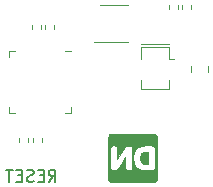
<source format=gbr>
%TF.GenerationSoftware,KiCad,Pcbnew,(5.99.0-12118-g897269f33f)*%
%TF.CreationDate,2021-09-15T19:12:53-04:00*%
%TF.ProjectId,why,7768792e-6b69-4636-9164-5f7063625858,rev?*%
%TF.SameCoordinates,Original*%
%TF.FileFunction,Legend,Bot*%
%TF.FilePolarity,Positive*%
%FSLAX46Y46*%
G04 Gerber Fmt 4.6, Leading zero omitted, Abs format (unit mm)*
G04 Created by KiCad (PCBNEW (5.99.0-12118-g897269f33f)) date 2021-09-15 19:12:53*
%MOMM*%
%LPD*%
G01*
G04 APERTURE LIST*
%ADD10C,0.150000*%
%ADD11C,0.010000*%
%ADD12C,0.120000*%
G04 APERTURE END LIST*
D10*
%TO.C,JP1*%
X154352380Y-118418380D02*
X154685714Y-117942190D01*
X154923809Y-118418380D02*
X154923809Y-117418380D01*
X154542857Y-117418380D01*
X154447619Y-117466000D01*
X154400000Y-117513619D01*
X154352380Y-117608857D01*
X154352380Y-117751714D01*
X154400000Y-117846952D01*
X154447619Y-117894571D01*
X154542857Y-117942190D01*
X154923809Y-117942190D01*
X153923809Y-117894571D02*
X153590476Y-117894571D01*
X153447619Y-118418380D02*
X153923809Y-118418380D01*
X153923809Y-117418380D01*
X153447619Y-117418380D01*
X153066666Y-118370761D02*
X152923809Y-118418380D01*
X152685714Y-118418380D01*
X152590476Y-118370761D01*
X152542857Y-118323142D01*
X152495238Y-118227904D01*
X152495238Y-118132666D01*
X152542857Y-118037428D01*
X152590476Y-117989809D01*
X152685714Y-117942190D01*
X152876190Y-117894571D01*
X152971428Y-117846952D01*
X153019047Y-117799333D01*
X153066666Y-117704095D01*
X153066666Y-117608857D01*
X153019047Y-117513619D01*
X152971428Y-117466000D01*
X152876190Y-117418380D01*
X152638095Y-117418380D01*
X152495238Y-117466000D01*
X152066666Y-117894571D02*
X151733333Y-117894571D01*
X151590476Y-118418380D02*
X152066666Y-118418380D01*
X152066666Y-117418380D01*
X151590476Y-117418380D01*
X151304761Y-117418380D02*
X150733333Y-117418380D01*
X151019047Y-118418380D02*
X151019047Y-117418380D01*
D11*
%TO.C,G\u002A\u002A\u002A*%
X159538086Y-114386214D02*
X159491823Y-114419123D01*
X159491823Y-114419123D02*
X159451597Y-114462626D01*
X159451597Y-114462626D02*
X159423422Y-114509729D01*
X159423422Y-114509729D02*
X159417233Y-114526750D01*
X159417233Y-114526750D02*
X159415683Y-114542944D01*
X159415683Y-114542944D02*
X159414292Y-114580283D01*
X159414292Y-114580283D02*
X159413060Y-114638746D01*
X159413060Y-114638746D02*
X159411987Y-114718311D01*
X159411987Y-114718311D02*
X159411074Y-114818958D01*
X159411074Y-114818958D02*
X159410320Y-114940665D01*
X159410320Y-114940665D02*
X159409726Y-115083410D01*
X159409726Y-115083410D02*
X159409292Y-115247174D01*
X159409292Y-115247174D02*
X159409017Y-115431934D01*
X159409017Y-115431934D02*
X159408903Y-115637669D01*
X159408903Y-115637669D02*
X159408948Y-115864359D01*
X159408948Y-115864359D02*
X159409153Y-116111981D01*
X159409153Y-116111981D02*
X159409518Y-116380516D01*
X159409518Y-116380516D02*
X159409595Y-116427232D01*
X159409595Y-116427232D02*
X159412708Y-118290673D01*
X159412708Y-118290673D02*
X159441903Y-118334788D01*
X159441903Y-118334788D02*
X159469996Y-118368916D01*
X159469996Y-118368916D02*
X159504634Y-118400470D01*
X159504634Y-118400470D02*
X159515212Y-118408097D01*
X159515212Y-118408097D02*
X159559327Y-118437292D01*
X159559327Y-118437292D02*
X161433351Y-118439570D01*
X161433351Y-118439570D02*
X161673897Y-118439838D01*
X161673897Y-118439838D02*
X161894116Y-118440030D01*
X161894116Y-118440030D02*
X162094846Y-118440139D01*
X162094846Y-118440139D02*
X162276926Y-118440161D01*
X162276926Y-118440161D02*
X162441196Y-118440091D01*
X162441196Y-118440091D02*
X162588494Y-118439923D01*
X162588494Y-118439923D02*
X162719661Y-118439653D01*
X162719661Y-118439653D02*
X162835533Y-118439275D01*
X162835533Y-118439275D02*
X162936952Y-118438784D01*
X162936952Y-118438784D02*
X163024755Y-118438176D01*
X163024755Y-118438176D02*
X163099781Y-118437444D01*
X163099781Y-118437444D02*
X163162871Y-118436584D01*
X163162871Y-118436584D02*
X163214862Y-118435591D01*
X163214862Y-118435591D02*
X163256593Y-118434459D01*
X163256593Y-118434459D02*
X163288905Y-118433184D01*
X163288905Y-118433184D02*
X163312635Y-118431760D01*
X163312635Y-118431760D02*
X163328623Y-118430182D01*
X163328623Y-118430182D02*
X163337708Y-118428445D01*
X163337708Y-118428445D02*
X163339125Y-118427931D01*
X163339125Y-118427931D02*
X163393030Y-118394627D01*
X163393030Y-118394627D02*
X163440004Y-118347641D01*
X163440004Y-118347641D02*
X163463943Y-118311606D01*
X163463943Y-118311606D02*
X163487292Y-118267958D01*
X163487292Y-118267958D02*
X163487292Y-116082751D01*
X163487292Y-116082751D02*
X163321357Y-116082751D01*
X163321357Y-116082751D02*
X163321217Y-116250589D01*
X163321217Y-116250589D02*
X163320783Y-116422961D01*
X163320783Y-116422961D02*
X163320270Y-116580029D01*
X163320270Y-116580029D02*
X163319780Y-116717333D01*
X163319780Y-116717333D02*
X163319273Y-116836277D01*
X163319273Y-116836277D02*
X163318714Y-116938263D01*
X163318714Y-116938263D02*
X163318064Y-117024696D01*
X163318064Y-117024696D02*
X163317285Y-117096977D01*
X163317285Y-117096977D02*
X163316341Y-117156511D01*
X163316341Y-117156511D02*
X163315194Y-117204700D01*
X163315194Y-117204700D02*
X163313805Y-117242947D01*
X163313805Y-117242947D02*
X163312139Y-117272656D01*
X163312139Y-117272656D02*
X163310156Y-117295229D01*
X163310156Y-117295229D02*
X163307820Y-117312070D01*
X163307820Y-117312070D02*
X163305092Y-117324582D01*
X163305092Y-117324582D02*
X163301936Y-117334167D01*
X163301936Y-117334167D02*
X163298314Y-117342230D01*
X163298314Y-117342230D02*
X163296066Y-117346608D01*
X163296066Y-117346608D02*
X163265348Y-117390834D01*
X163265348Y-117390834D02*
X163223766Y-117423102D01*
X163223766Y-117423102D02*
X163179763Y-117443111D01*
X163179763Y-117443111D02*
X163165051Y-117447324D01*
X163165051Y-117447324D02*
X163144820Y-117450621D01*
X163144820Y-117450621D02*
X163116887Y-117453061D01*
X163116887Y-117453061D02*
X163079065Y-117454703D01*
X163079065Y-117454703D02*
X163029169Y-117455606D01*
X163029169Y-117455606D02*
X162965015Y-117455830D01*
X162965015Y-117455830D02*
X162884415Y-117455434D01*
X162884415Y-117455434D02*
X162785187Y-117454478D01*
X162785187Y-117454478D02*
X162767625Y-117454279D01*
X162767625Y-117454279D02*
X162665526Y-117452979D01*
X162665526Y-117452979D02*
X162581848Y-117451565D01*
X162581848Y-117451565D02*
X162513848Y-117449882D01*
X162513848Y-117449882D02*
X162458780Y-117447779D01*
X162458780Y-117447779D02*
X162413900Y-117445103D01*
X162413900Y-117445103D02*
X162376464Y-117441704D01*
X162376464Y-117441704D02*
X162343726Y-117437428D01*
X162343726Y-117437428D02*
X162312942Y-117432123D01*
X162312942Y-117432123D02*
X162292017Y-117427911D01*
X162292017Y-117427911D02*
X162149045Y-117391570D01*
X162149045Y-117391570D02*
X162023770Y-117345999D01*
X162023770Y-117345999D02*
X161914435Y-117290306D01*
X161914435Y-117290306D02*
X161819281Y-117223597D01*
X161819281Y-117223597D02*
X161738138Y-117146723D01*
X161738138Y-117146723D02*
X161667807Y-117058293D01*
X161667807Y-117058293D02*
X161611002Y-116960887D01*
X161611002Y-116960887D02*
X161567051Y-116852535D01*
X161567051Y-116852535D02*
X161535279Y-116731263D01*
X161535279Y-116731263D02*
X161515012Y-116595098D01*
X161515012Y-116595098D02*
X161506423Y-116468792D01*
X161506423Y-116468792D02*
X161506679Y-116405292D01*
X161506679Y-116405292D02*
X161434125Y-116405292D01*
X161434125Y-116405292D02*
X161434125Y-117304875D01*
X161434125Y-117304875D02*
X161408070Y-117350377D01*
X161408070Y-117350377D02*
X161367808Y-117400118D01*
X161367808Y-117400118D02*
X161313467Y-117436196D01*
X161313467Y-117436196D02*
X161283164Y-117447795D01*
X161283164Y-117447795D02*
X161254527Y-117452693D01*
X161254527Y-117452693D02*
X161211313Y-117455782D01*
X161211313Y-117455782D02*
X161159648Y-117457093D01*
X161159648Y-117457093D02*
X161105659Y-117456659D01*
X161105659Y-117456659D02*
X161055474Y-117454512D01*
X161055474Y-117454512D02*
X161015219Y-117450683D01*
X161015219Y-117450683D02*
X160993850Y-117446288D01*
X160993850Y-117446288D02*
X160933749Y-117415561D01*
X160933749Y-117415561D02*
X160886905Y-117368484D01*
X160886905Y-117368484D02*
X160866354Y-117334267D01*
X160866354Y-117334267D02*
X160860481Y-117321988D01*
X160860481Y-117321988D02*
X160855590Y-117309818D01*
X160855590Y-117309818D02*
X160851567Y-117295752D01*
X160851567Y-117295752D02*
X160848298Y-117277782D01*
X160848298Y-117277782D02*
X160845670Y-117253903D01*
X160845670Y-117253903D02*
X160843567Y-117222107D01*
X160843567Y-117222107D02*
X160841877Y-117180388D01*
X160841877Y-117180388D02*
X160840484Y-117126741D01*
X160840484Y-117126741D02*
X160839274Y-117059157D01*
X160839274Y-117059157D02*
X160838135Y-116975632D01*
X160838135Y-116975632D02*
X160836951Y-116874158D01*
X160836951Y-116874158D02*
X160836167Y-116803420D01*
X160836167Y-116803420D02*
X160830875Y-116323132D01*
X160830875Y-116323132D02*
X160524325Y-116824168D01*
X160524325Y-116824168D02*
X160466317Y-116918726D01*
X160466317Y-116918726D02*
X160410864Y-117008633D01*
X160410864Y-117008633D02*
X160359079Y-117092118D01*
X160359079Y-117092118D02*
X160312074Y-117167410D01*
X160312074Y-117167410D02*
X160270962Y-117232737D01*
X160270962Y-117232737D02*
X160236857Y-117286329D01*
X160236857Y-117286329D02*
X160210870Y-117326412D01*
X160210870Y-117326412D02*
X160194113Y-117351218D01*
X160194113Y-117351218D02*
X160189033Y-117357940D01*
X160189033Y-117357940D02*
X160163217Y-117381646D01*
X160163217Y-117381646D02*
X160127831Y-117407320D01*
X160127831Y-117407320D02*
X160104000Y-117421793D01*
X160104000Y-117421793D02*
X160079393Y-117434680D01*
X160079393Y-117434680D02*
X160057184Y-117443581D01*
X160057184Y-117443581D02*
X160032432Y-117449382D01*
X160032432Y-117449382D02*
X160000195Y-117452968D01*
X160000195Y-117452968D02*
X159955534Y-117455223D01*
X159955534Y-117455223D02*
X159909628Y-117456608D01*
X159909628Y-117456608D02*
X159833595Y-117457375D01*
X159833595Y-117457375D02*
X159774618Y-117454514D01*
X159774618Y-117454514D02*
X159728770Y-117447185D01*
X159728770Y-117447185D02*
X159692125Y-117434545D01*
X159692125Y-117434545D02*
X159660756Y-117415754D01*
X159660756Y-117415754D02*
X159640281Y-117398894D01*
X159640281Y-117398894D02*
X159627417Y-117387443D01*
X159627417Y-117387443D02*
X159616118Y-117376891D01*
X159616118Y-117376891D02*
X159606288Y-117365863D01*
X159606288Y-117365863D02*
X159597829Y-117352985D01*
X159597829Y-117352985D02*
X159590644Y-117336883D01*
X159590644Y-117336883D02*
X159584637Y-117316181D01*
X159584637Y-117316181D02*
X159579711Y-117289506D01*
X159579711Y-117289506D02*
X159575768Y-117255483D01*
X159575768Y-117255483D02*
X159572712Y-117212738D01*
X159572712Y-117212738D02*
X159570445Y-117159896D01*
X159570445Y-117159896D02*
X159568871Y-117095582D01*
X159568871Y-117095582D02*
X159567893Y-117018423D01*
X159567893Y-117018423D02*
X159567413Y-116927044D01*
X159567413Y-116927044D02*
X159567336Y-116820071D01*
X159567336Y-116820071D02*
X159567563Y-116696128D01*
X159567563Y-116696128D02*
X159567998Y-116553842D01*
X159567998Y-116553842D02*
X159568543Y-116391838D01*
X159568543Y-116391838D02*
X159568574Y-116382485D01*
X159568574Y-116382485D02*
X159571458Y-115504035D01*
X159571458Y-115504035D02*
X159603208Y-115452913D01*
X159603208Y-115452913D02*
X159628277Y-115417633D01*
X159628277Y-115417633D02*
X159655669Y-115391921D01*
X159655669Y-115391921D02*
X159689278Y-115374220D01*
X159689278Y-115374220D02*
X159732997Y-115362974D01*
X159732997Y-115362974D02*
X159790721Y-115356627D01*
X159790721Y-115356627D02*
X159850696Y-115354002D01*
X159850696Y-115354002D02*
X159925315Y-115353692D01*
X159925315Y-115353692D02*
X159982928Y-115357932D01*
X159982928Y-115357932D02*
X160027380Y-115367644D01*
X160027380Y-115367644D02*
X160062518Y-115383750D01*
X160062518Y-115383750D02*
X160092188Y-115407171D01*
X160092188Y-115407171D02*
X160098264Y-115413292D01*
X160098264Y-115413292D02*
X160113001Y-115428984D01*
X160113001Y-115428984D02*
X160125347Y-115443936D01*
X160125347Y-115443936D02*
X160135537Y-115460109D01*
X160135537Y-115460109D02*
X160143805Y-115479465D01*
X160143805Y-115479465D02*
X160150388Y-115503967D01*
X160150388Y-115503967D02*
X160155520Y-115535576D01*
X160155520Y-115535576D02*
X160159437Y-115576255D01*
X160159437Y-115576255D02*
X160162374Y-115627966D01*
X160162374Y-115627966D02*
X160164567Y-115692670D01*
X160164567Y-115692670D02*
X160166251Y-115772330D01*
X160166251Y-115772330D02*
X160167661Y-115868908D01*
X160167661Y-115868908D02*
X160169032Y-115984366D01*
X160169032Y-115984366D02*
X160169271Y-116005337D01*
X160169271Y-116005337D02*
X160174708Y-116483799D01*
X160174708Y-116483799D02*
X160476333Y-115989779D01*
X160476333Y-115989779D02*
X160534088Y-115895522D01*
X160534088Y-115895522D02*
X160589537Y-115805674D01*
X160589537Y-115805674D02*
X160641526Y-115722060D01*
X160641526Y-115722060D02*
X160688902Y-115646506D01*
X160688902Y-115646506D02*
X160730512Y-115580837D01*
X160730512Y-115580837D02*
X160765203Y-115526880D01*
X160765203Y-115526880D02*
X160791820Y-115486458D01*
X160791820Y-115486458D02*
X160809211Y-115461399D01*
X160809211Y-115461399D02*
X160814115Y-115455168D01*
X160814115Y-115455168D02*
X160846410Y-115424362D01*
X160846410Y-115424362D02*
X160884815Y-115394947D01*
X160884815Y-115394947D02*
X160898782Y-115386060D01*
X160898782Y-115386060D02*
X160917395Y-115375558D01*
X160917395Y-115375558D02*
X160934494Y-115368013D01*
X160934494Y-115368013D02*
X160953927Y-115362936D01*
X160953927Y-115362936D02*
X160979548Y-115359839D01*
X160979548Y-115359839D02*
X161015206Y-115358233D01*
X161015206Y-115358233D02*
X161064753Y-115357630D01*
X161064753Y-115357630D02*
X161123630Y-115357542D01*
X161123630Y-115357542D02*
X161299968Y-115357542D01*
X161299968Y-115357542D02*
X161344937Y-115389292D01*
X161344937Y-115389292D02*
X161376750Y-115417258D01*
X161376750Y-115417258D02*
X161404200Y-115450511D01*
X161404200Y-115450511D02*
X161412016Y-115463375D01*
X161412016Y-115463375D02*
X161415916Y-115471156D01*
X161415916Y-115471156D02*
X161419328Y-115479516D01*
X161419328Y-115479516D02*
X161422285Y-115489843D01*
X161422285Y-115489843D02*
X161424819Y-115503526D01*
X161424819Y-115503526D02*
X161426963Y-115521953D01*
X161426963Y-115521953D02*
X161428749Y-115546512D01*
X161428749Y-115546512D02*
X161430211Y-115578593D01*
X161430211Y-115578593D02*
X161431380Y-115619585D01*
X161431380Y-115619585D02*
X161432290Y-115670874D01*
X161432290Y-115670874D02*
X161432973Y-115733851D01*
X161432973Y-115733851D02*
X161433461Y-115809904D01*
X161433461Y-115809904D02*
X161433787Y-115900421D01*
X161433787Y-115900421D02*
X161433984Y-116006791D01*
X161433984Y-116006791D02*
X161434084Y-116130403D01*
X161434084Y-116130403D02*
X161434121Y-116272645D01*
X161434121Y-116272645D02*
X161434125Y-116405292D01*
X161434125Y-116405292D02*
X161506679Y-116405292D01*
X161506679Y-116405292D02*
X161507118Y-116297037D01*
X161507118Y-116297037D02*
X161522722Y-116140260D01*
X161522722Y-116140260D02*
X161553394Y-115998254D01*
X161553394Y-115998254D02*
X161599296Y-115870811D01*
X161599296Y-115870811D02*
X161660591Y-115757724D01*
X161660591Y-115757724D02*
X161737438Y-115658787D01*
X161737438Y-115658787D02*
X161830000Y-115573791D01*
X161830000Y-115573791D02*
X161938438Y-115502531D01*
X161938438Y-115502531D02*
X162062912Y-115444798D01*
X162062912Y-115444798D02*
X162203585Y-115400387D01*
X162203585Y-115400387D02*
X162360618Y-115369089D01*
X162360618Y-115369089D02*
X162363525Y-115368655D01*
X162363525Y-115368655D02*
X162405480Y-115363442D01*
X162405480Y-115363442D02*
X162454832Y-115359360D01*
X162454832Y-115359360D02*
X162514161Y-115356316D01*
X162514161Y-115356316D02*
X162586052Y-115354218D01*
X162586052Y-115354218D02*
X162673086Y-115352973D01*
X162673086Y-115352973D02*
X162777845Y-115352490D01*
X162777845Y-115352490D02*
X162816608Y-115352482D01*
X162816608Y-115352482D02*
X162912119Y-115352640D01*
X162912119Y-115352640D02*
X162988885Y-115353053D01*
X162988885Y-115353053D02*
X163049328Y-115353845D01*
X163049328Y-115353845D02*
X163095870Y-115355138D01*
X163095870Y-115355138D02*
X163130933Y-115357057D01*
X163130933Y-115357057D02*
X163156938Y-115359726D01*
X163156938Y-115359726D02*
X163176307Y-115363267D01*
X163176307Y-115363267D02*
X163191463Y-115367804D01*
X163191463Y-115367804D02*
X163201980Y-115372143D01*
X163201980Y-115372143D02*
X163253067Y-115405882D01*
X163253067Y-115405882D02*
X163292170Y-115452990D01*
X163292170Y-115452990D02*
X163312567Y-115500047D01*
X163312567Y-115500047D02*
X163314869Y-115519823D01*
X163314869Y-115519823D02*
X163316822Y-115560760D01*
X163316822Y-115560760D02*
X163318426Y-115622855D01*
X163318426Y-115622855D02*
X163319682Y-115706105D01*
X163319682Y-115706105D02*
X163320589Y-115810506D01*
X163320589Y-115810506D02*
X163321147Y-115936056D01*
X163321147Y-115936056D02*
X163321357Y-116082751D01*
X163321357Y-116082751D02*
X163487292Y-116082751D01*
X163487292Y-116082751D02*
X163487292Y-114542625D01*
X163487292Y-114542625D02*
X163464449Y-114500292D01*
X163464449Y-114500292D02*
X163419431Y-114438775D01*
X163419431Y-114438775D02*
X163358684Y-114390523D01*
X163358684Y-114390523D02*
X163344417Y-114382437D01*
X163344417Y-114382437D02*
X163339229Y-114379969D01*
X163339229Y-114379969D02*
X163332722Y-114377716D01*
X163332722Y-114377716D02*
X163323957Y-114375668D01*
X163323957Y-114375668D02*
X163311996Y-114373814D01*
X163311996Y-114373814D02*
X163295900Y-114372146D01*
X163295900Y-114372146D02*
X163274731Y-114370654D01*
X163274731Y-114370654D02*
X163247550Y-114369328D01*
X163247550Y-114369328D02*
X163213418Y-114368157D01*
X163213418Y-114368157D02*
X163171397Y-114367133D01*
X163171397Y-114367133D02*
X163120548Y-114366246D01*
X163120548Y-114366246D02*
X163059933Y-114365486D01*
X163059933Y-114365486D02*
X162988613Y-114364842D01*
X162988613Y-114364842D02*
X162905650Y-114364307D01*
X162905650Y-114364307D02*
X162810105Y-114363868D01*
X162810105Y-114363868D02*
X162701039Y-114363518D01*
X162701039Y-114363518D02*
X162577514Y-114363246D01*
X162577514Y-114363246D02*
X162438592Y-114363042D01*
X162438592Y-114363042D02*
X162283333Y-114362897D01*
X162283333Y-114362897D02*
X162110799Y-114362801D01*
X162110799Y-114362801D02*
X161920052Y-114362744D01*
X161920052Y-114362744D02*
X161710153Y-114362716D01*
X161710153Y-114362716D02*
X161480164Y-114362708D01*
X161480164Y-114362708D02*
X159582042Y-114362708D01*
X159582042Y-114362708D02*
X159538086Y-114386214D01*
X159538086Y-114386214D02*
X159538086Y-114386214D01*
G36*
X163463943Y-118311606D02*
G01*
X163440004Y-118347641D01*
X163393030Y-118394627D01*
X163339125Y-118427931D01*
X163337708Y-118428445D01*
X163328623Y-118430182D01*
X163312635Y-118431760D01*
X163288905Y-118433184D01*
X163256593Y-118434459D01*
X163214862Y-118435591D01*
X163162871Y-118436584D01*
X163099781Y-118437444D01*
X163024755Y-118438176D01*
X162936952Y-118438784D01*
X162835533Y-118439275D01*
X162719661Y-118439653D01*
X162588494Y-118439923D01*
X162441196Y-118440091D01*
X162276926Y-118440161D01*
X162094846Y-118440139D01*
X161894116Y-118440030D01*
X161673897Y-118439838D01*
X161433351Y-118439570D01*
X159559327Y-118437292D01*
X159515212Y-118408097D01*
X159504634Y-118400470D01*
X159469996Y-118368916D01*
X159441903Y-118334788D01*
X159412708Y-118290673D01*
X159410251Y-116820071D01*
X159567336Y-116820071D01*
X159567413Y-116927044D01*
X159567893Y-117018423D01*
X159568871Y-117095582D01*
X159570445Y-117159896D01*
X159572712Y-117212738D01*
X159575768Y-117255483D01*
X159579711Y-117289506D01*
X159584637Y-117316181D01*
X159590644Y-117336883D01*
X159597829Y-117352985D01*
X159606288Y-117365863D01*
X159616118Y-117376891D01*
X159627417Y-117387443D01*
X159640281Y-117398894D01*
X159660756Y-117415754D01*
X159692125Y-117434545D01*
X159728770Y-117447185D01*
X159774618Y-117454514D01*
X159833595Y-117457375D01*
X159909628Y-117456608D01*
X159955534Y-117455223D01*
X160000195Y-117452968D01*
X160032432Y-117449382D01*
X160057184Y-117443581D01*
X160079393Y-117434680D01*
X160104000Y-117421793D01*
X160127831Y-117407320D01*
X160163217Y-117381646D01*
X160189033Y-117357940D01*
X160194113Y-117351218D01*
X160210870Y-117326412D01*
X160236857Y-117286329D01*
X160270962Y-117232737D01*
X160312074Y-117167410D01*
X160359079Y-117092118D01*
X160410864Y-117008633D01*
X160466317Y-116918726D01*
X160524325Y-116824168D01*
X160830875Y-116323132D01*
X160836167Y-116803420D01*
X160836951Y-116874158D01*
X160838135Y-116975632D01*
X160839274Y-117059157D01*
X160840484Y-117126741D01*
X160841877Y-117180388D01*
X160843567Y-117222107D01*
X160845670Y-117253903D01*
X160848298Y-117277782D01*
X160851567Y-117295752D01*
X160855590Y-117309818D01*
X160860481Y-117321988D01*
X160866354Y-117334267D01*
X160886905Y-117368484D01*
X160933749Y-117415561D01*
X160993850Y-117446288D01*
X161015219Y-117450683D01*
X161055474Y-117454512D01*
X161105659Y-117456659D01*
X161159648Y-117457093D01*
X161211313Y-117455782D01*
X161254527Y-117452693D01*
X161283164Y-117447795D01*
X161313467Y-117436196D01*
X161367808Y-117400118D01*
X161408070Y-117350377D01*
X161434125Y-117304875D01*
X161434125Y-116468792D01*
X161506423Y-116468792D01*
X161515012Y-116595098D01*
X161535279Y-116731263D01*
X161567051Y-116852535D01*
X161611002Y-116960887D01*
X161667807Y-117058293D01*
X161738138Y-117146723D01*
X161819281Y-117223597D01*
X161914435Y-117290306D01*
X162023770Y-117345999D01*
X162149045Y-117391570D01*
X162292017Y-117427911D01*
X162312942Y-117432123D01*
X162343726Y-117437428D01*
X162376464Y-117441704D01*
X162413900Y-117445103D01*
X162458780Y-117447779D01*
X162513848Y-117449882D01*
X162581848Y-117451565D01*
X162665526Y-117452979D01*
X162767625Y-117454279D01*
X162785187Y-117454478D01*
X162884415Y-117455434D01*
X162965015Y-117455830D01*
X163029169Y-117455606D01*
X163079065Y-117454703D01*
X163116887Y-117453061D01*
X163144820Y-117450621D01*
X163165051Y-117447324D01*
X163179763Y-117443111D01*
X163223766Y-117423102D01*
X163265348Y-117390834D01*
X163296066Y-117346608D01*
X163298314Y-117342230D01*
X163301936Y-117334167D01*
X163305092Y-117324582D01*
X163307820Y-117312070D01*
X163310156Y-117295229D01*
X163312139Y-117272656D01*
X163313805Y-117242947D01*
X163315194Y-117204700D01*
X163316341Y-117156511D01*
X163317285Y-117096977D01*
X163318064Y-117024696D01*
X163318714Y-116938263D01*
X163319273Y-116836277D01*
X163319780Y-116717333D01*
X163320270Y-116580029D01*
X163320783Y-116422961D01*
X163321217Y-116250589D01*
X163321357Y-116082751D01*
X163321147Y-115936056D01*
X163320589Y-115810506D01*
X163319682Y-115706105D01*
X163318426Y-115622855D01*
X163316822Y-115560760D01*
X163314869Y-115519823D01*
X163312567Y-115500047D01*
X163292170Y-115452990D01*
X163253067Y-115405882D01*
X163201980Y-115372143D01*
X163191463Y-115367804D01*
X163176307Y-115363267D01*
X163156938Y-115359726D01*
X163130933Y-115357057D01*
X163095870Y-115355138D01*
X163049328Y-115353845D01*
X162988885Y-115353053D01*
X162912119Y-115352640D01*
X162816608Y-115352482D01*
X162777845Y-115352490D01*
X162673086Y-115352973D01*
X162586052Y-115354218D01*
X162514161Y-115356316D01*
X162454832Y-115359360D01*
X162405480Y-115363442D01*
X162363525Y-115368655D01*
X162360618Y-115369089D01*
X162203585Y-115400387D01*
X162062912Y-115444798D01*
X161938438Y-115502531D01*
X161830000Y-115573791D01*
X161737438Y-115658787D01*
X161660591Y-115757724D01*
X161599296Y-115870811D01*
X161553394Y-115998254D01*
X161522722Y-116140260D01*
X161507118Y-116297037D01*
X161506679Y-116405292D01*
X161506423Y-116468792D01*
X161434125Y-116468792D01*
X161434125Y-116405292D01*
X161434121Y-116272645D01*
X161434084Y-116130403D01*
X161433984Y-116006791D01*
X161433787Y-115900421D01*
X161433461Y-115809904D01*
X161432973Y-115733851D01*
X161432290Y-115670874D01*
X161431380Y-115619585D01*
X161430211Y-115578593D01*
X161428749Y-115546512D01*
X161426963Y-115521953D01*
X161424819Y-115503526D01*
X161422285Y-115489843D01*
X161419328Y-115479516D01*
X161415916Y-115471156D01*
X161412016Y-115463375D01*
X161404200Y-115450511D01*
X161376750Y-115417258D01*
X161344937Y-115389292D01*
X161299968Y-115357542D01*
X161123630Y-115357542D01*
X161064753Y-115357630D01*
X161015206Y-115358233D01*
X160979548Y-115359839D01*
X160953927Y-115362936D01*
X160934494Y-115368013D01*
X160917395Y-115375558D01*
X160898782Y-115386060D01*
X160884815Y-115394947D01*
X160846410Y-115424362D01*
X160814115Y-115455168D01*
X160809211Y-115461399D01*
X160791820Y-115486458D01*
X160765203Y-115526880D01*
X160730512Y-115580837D01*
X160688902Y-115646506D01*
X160641526Y-115722060D01*
X160589537Y-115805674D01*
X160534088Y-115895522D01*
X160476333Y-115989779D01*
X160174708Y-116483799D01*
X160169271Y-116005337D01*
X160169032Y-115984366D01*
X160167661Y-115868908D01*
X160166251Y-115772330D01*
X160164567Y-115692670D01*
X160162374Y-115627966D01*
X160159437Y-115576255D01*
X160155520Y-115535576D01*
X160150388Y-115503967D01*
X160143805Y-115479465D01*
X160135537Y-115460109D01*
X160125347Y-115443936D01*
X160113001Y-115428984D01*
X160098264Y-115413292D01*
X160092188Y-115407171D01*
X160062518Y-115383750D01*
X160027380Y-115367644D01*
X159982928Y-115357932D01*
X159925315Y-115353692D01*
X159850696Y-115354002D01*
X159790721Y-115356627D01*
X159732997Y-115362974D01*
X159689278Y-115374220D01*
X159655669Y-115391921D01*
X159628277Y-115417633D01*
X159603208Y-115452913D01*
X159571458Y-115504035D01*
X159568574Y-116382485D01*
X159568543Y-116391838D01*
X159567998Y-116553842D01*
X159567563Y-116696128D01*
X159567336Y-116820071D01*
X159410251Y-116820071D01*
X159409595Y-116427232D01*
X159409518Y-116380516D01*
X159409153Y-116111981D01*
X159408948Y-115864359D01*
X159408903Y-115637669D01*
X159409017Y-115431934D01*
X159409292Y-115247174D01*
X159409726Y-115083410D01*
X159410320Y-114940665D01*
X159411074Y-114818958D01*
X159411987Y-114718311D01*
X159413060Y-114638746D01*
X159414292Y-114580283D01*
X159415683Y-114542944D01*
X159417233Y-114526750D01*
X159423422Y-114509729D01*
X159451597Y-114462626D01*
X159491823Y-114419123D01*
X159538086Y-114386214D01*
X159582042Y-114362708D01*
X161480164Y-114362708D01*
X161710153Y-114362716D01*
X161920052Y-114362744D01*
X162110799Y-114362801D01*
X162283333Y-114362897D01*
X162438592Y-114363042D01*
X162577514Y-114363246D01*
X162701039Y-114363518D01*
X162810105Y-114363868D01*
X162905650Y-114364307D01*
X162988613Y-114364842D01*
X163059933Y-114365486D01*
X163120548Y-114366246D01*
X163171397Y-114367133D01*
X163213418Y-114368157D01*
X163247550Y-114369328D01*
X163274731Y-114370654D01*
X163295900Y-114372146D01*
X163311996Y-114373814D01*
X163323957Y-114375668D01*
X163332722Y-114377716D01*
X163339229Y-114379969D01*
X163344417Y-114382437D01*
X163358684Y-114390523D01*
X163419431Y-114438775D01*
X163464449Y-114500292D01*
X163487292Y-114542625D01*
X163487292Y-118267958D01*
X163463943Y-118311606D01*
G37*
X163463943Y-118311606D02*
X163440004Y-118347641D01*
X163393030Y-118394627D01*
X163339125Y-118427931D01*
X163337708Y-118428445D01*
X163328623Y-118430182D01*
X163312635Y-118431760D01*
X163288905Y-118433184D01*
X163256593Y-118434459D01*
X163214862Y-118435591D01*
X163162871Y-118436584D01*
X163099781Y-118437444D01*
X163024755Y-118438176D01*
X162936952Y-118438784D01*
X162835533Y-118439275D01*
X162719661Y-118439653D01*
X162588494Y-118439923D01*
X162441196Y-118440091D01*
X162276926Y-118440161D01*
X162094846Y-118440139D01*
X161894116Y-118440030D01*
X161673897Y-118439838D01*
X161433351Y-118439570D01*
X159559327Y-118437292D01*
X159515212Y-118408097D01*
X159504634Y-118400470D01*
X159469996Y-118368916D01*
X159441903Y-118334788D01*
X159412708Y-118290673D01*
X159410251Y-116820071D01*
X159567336Y-116820071D01*
X159567413Y-116927044D01*
X159567893Y-117018423D01*
X159568871Y-117095582D01*
X159570445Y-117159896D01*
X159572712Y-117212738D01*
X159575768Y-117255483D01*
X159579711Y-117289506D01*
X159584637Y-117316181D01*
X159590644Y-117336883D01*
X159597829Y-117352985D01*
X159606288Y-117365863D01*
X159616118Y-117376891D01*
X159627417Y-117387443D01*
X159640281Y-117398894D01*
X159660756Y-117415754D01*
X159692125Y-117434545D01*
X159728770Y-117447185D01*
X159774618Y-117454514D01*
X159833595Y-117457375D01*
X159909628Y-117456608D01*
X159955534Y-117455223D01*
X160000195Y-117452968D01*
X160032432Y-117449382D01*
X160057184Y-117443581D01*
X160079393Y-117434680D01*
X160104000Y-117421793D01*
X160127831Y-117407320D01*
X160163217Y-117381646D01*
X160189033Y-117357940D01*
X160194113Y-117351218D01*
X160210870Y-117326412D01*
X160236857Y-117286329D01*
X160270962Y-117232737D01*
X160312074Y-117167410D01*
X160359079Y-117092118D01*
X160410864Y-117008633D01*
X160466317Y-116918726D01*
X160524325Y-116824168D01*
X160830875Y-116323132D01*
X160836167Y-116803420D01*
X160836951Y-116874158D01*
X160838135Y-116975632D01*
X160839274Y-117059157D01*
X160840484Y-117126741D01*
X160841877Y-117180388D01*
X160843567Y-117222107D01*
X160845670Y-117253903D01*
X160848298Y-117277782D01*
X160851567Y-117295752D01*
X160855590Y-117309818D01*
X160860481Y-117321988D01*
X160866354Y-117334267D01*
X160886905Y-117368484D01*
X160933749Y-117415561D01*
X160993850Y-117446288D01*
X161015219Y-117450683D01*
X161055474Y-117454512D01*
X161105659Y-117456659D01*
X161159648Y-117457093D01*
X161211313Y-117455782D01*
X161254527Y-117452693D01*
X161283164Y-117447795D01*
X161313467Y-117436196D01*
X161367808Y-117400118D01*
X161408070Y-117350377D01*
X161434125Y-117304875D01*
X161434125Y-116468792D01*
X161506423Y-116468792D01*
X161515012Y-116595098D01*
X161535279Y-116731263D01*
X161567051Y-116852535D01*
X161611002Y-116960887D01*
X161667807Y-117058293D01*
X161738138Y-117146723D01*
X161819281Y-117223597D01*
X161914435Y-117290306D01*
X162023770Y-117345999D01*
X162149045Y-117391570D01*
X162292017Y-117427911D01*
X162312942Y-117432123D01*
X162343726Y-117437428D01*
X162376464Y-117441704D01*
X162413900Y-117445103D01*
X162458780Y-117447779D01*
X162513848Y-117449882D01*
X162581848Y-117451565D01*
X162665526Y-117452979D01*
X162767625Y-117454279D01*
X162785187Y-117454478D01*
X162884415Y-117455434D01*
X162965015Y-117455830D01*
X163029169Y-117455606D01*
X163079065Y-117454703D01*
X163116887Y-117453061D01*
X163144820Y-117450621D01*
X163165051Y-117447324D01*
X163179763Y-117443111D01*
X163223766Y-117423102D01*
X163265348Y-117390834D01*
X163296066Y-117346608D01*
X163298314Y-117342230D01*
X163301936Y-117334167D01*
X163305092Y-117324582D01*
X163307820Y-117312070D01*
X163310156Y-117295229D01*
X163312139Y-117272656D01*
X163313805Y-117242947D01*
X163315194Y-117204700D01*
X163316341Y-117156511D01*
X163317285Y-117096977D01*
X163318064Y-117024696D01*
X163318714Y-116938263D01*
X163319273Y-116836277D01*
X163319780Y-116717333D01*
X163320270Y-116580029D01*
X163320783Y-116422961D01*
X163321217Y-116250589D01*
X163321357Y-116082751D01*
X163321147Y-115936056D01*
X163320589Y-115810506D01*
X163319682Y-115706105D01*
X163318426Y-115622855D01*
X163316822Y-115560760D01*
X163314869Y-115519823D01*
X163312567Y-115500047D01*
X163292170Y-115452990D01*
X163253067Y-115405882D01*
X163201980Y-115372143D01*
X163191463Y-115367804D01*
X163176307Y-115363267D01*
X163156938Y-115359726D01*
X163130933Y-115357057D01*
X163095870Y-115355138D01*
X163049328Y-115353845D01*
X162988885Y-115353053D01*
X162912119Y-115352640D01*
X162816608Y-115352482D01*
X162777845Y-115352490D01*
X162673086Y-115352973D01*
X162586052Y-115354218D01*
X162514161Y-115356316D01*
X162454832Y-115359360D01*
X162405480Y-115363442D01*
X162363525Y-115368655D01*
X162360618Y-115369089D01*
X162203585Y-115400387D01*
X162062912Y-115444798D01*
X161938438Y-115502531D01*
X161830000Y-115573791D01*
X161737438Y-115658787D01*
X161660591Y-115757724D01*
X161599296Y-115870811D01*
X161553394Y-115998254D01*
X161522722Y-116140260D01*
X161507118Y-116297037D01*
X161506679Y-116405292D01*
X161506423Y-116468792D01*
X161434125Y-116468792D01*
X161434125Y-116405292D01*
X161434121Y-116272645D01*
X161434084Y-116130403D01*
X161433984Y-116006791D01*
X161433787Y-115900421D01*
X161433461Y-115809904D01*
X161432973Y-115733851D01*
X161432290Y-115670874D01*
X161431380Y-115619585D01*
X161430211Y-115578593D01*
X161428749Y-115546512D01*
X161426963Y-115521953D01*
X161424819Y-115503526D01*
X161422285Y-115489843D01*
X161419328Y-115479516D01*
X161415916Y-115471156D01*
X161412016Y-115463375D01*
X161404200Y-115450511D01*
X161376750Y-115417258D01*
X161344937Y-115389292D01*
X161299968Y-115357542D01*
X161123630Y-115357542D01*
X161064753Y-115357630D01*
X161015206Y-115358233D01*
X160979548Y-115359839D01*
X160953927Y-115362936D01*
X160934494Y-115368013D01*
X160917395Y-115375558D01*
X160898782Y-115386060D01*
X160884815Y-115394947D01*
X160846410Y-115424362D01*
X160814115Y-115455168D01*
X160809211Y-115461399D01*
X160791820Y-115486458D01*
X160765203Y-115526880D01*
X160730512Y-115580837D01*
X160688902Y-115646506D01*
X160641526Y-115722060D01*
X160589537Y-115805674D01*
X160534088Y-115895522D01*
X160476333Y-115989779D01*
X160174708Y-116483799D01*
X160169271Y-116005337D01*
X160169032Y-115984366D01*
X160167661Y-115868908D01*
X160166251Y-115772330D01*
X160164567Y-115692670D01*
X160162374Y-115627966D01*
X160159437Y-115576255D01*
X160155520Y-115535576D01*
X160150388Y-115503967D01*
X160143805Y-115479465D01*
X160135537Y-115460109D01*
X160125347Y-115443936D01*
X160113001Y-115428984D01*
X160098264Y-115413292D01*
X160092188Y-115407171D01*
X160062518Y-115383750D01*
X160027380Y-115367644D01*
X159982928Y-115357932D01*
X159925315Y-115353692D01*
X159850696Y-115354002D01*
X159790721Y-115356627D01*
X159732997Y-115362974D01*
X159689278Y-115374220D01*
X159655669Y-115391921D01*
X159628277Y-115417633D01*
X159603208Y-115452913D01*
X159571458Y-115504035D01*
X159568574Y-116382485D01*
X159568543Y-116391838D01*
X159567998Y-116553842D01*
X159567563Y-116696128D01*
X159567336Y-116820071D01*
X159410251Y-116820071D01*
X159409595Y-116427232D01*
X159409518Y-116380516D01*
X159409153Y-116111981D01*
X159408948Y-115864359D01*
X159408903Y-115637669D01*
X159409017Y-115431934D01*
X159409292Y-115247174D01*
X159409726Y-115083410D01*
X159410320Y-114940665D01*
X159411074Y-114818958D01*
X159411987Y-114718311D01*
X159413060Y-114638746D01*
X159414292Y-114580283D01*
X159415683Y-114542944D01*
X159417233Y-114526750D01*
X159423422Y-114509729D01*
X159451597Y-114462626D01*
X159491823Y-114419123D01*
X159538086Y-114386214D01*
X159582042Y-114362708D01*
X161480164Y-114362708D01*
X161710153Y-114362716D01*
X161920052Y-114362744D01*
X162110799Y-114362801D01*
X162283333Y-114362897D01*
X162438592Y-114363042D01*
X162577514Y-114363246D01*
X162701039Y-114363518D01*
X162810105Y-114363868D01*
X162905650Y-114364307D01*
X162988613Y-114364842D01*
X163059933Y-114365486D01*
X163120548Y-114366246D01*
X163171397Y-114367133D01*
X163213418Y-114368157D01*
X163247550Y-114369328D01*
X163274731Y-114370654D01*
X163295900Y-114372146D01*
X163311996Y-114373814D01*
X163323957Y-114375668D01*
X163332722Y-114377716D01*
X163339229Y-114379969D01*
X163344417Y-114382437D01*
X163358684Y-114390523D01*
X163419431Y-114438775D01*
X163464449Y-114500292D01*
X163487292Y-114542625D01*
X163487292Y-118267958D01*
X163463943Y-118311606D01*
X162637979Y-115871202D02*
X162517667Y-115877434D01*
X162517667Y-115877434D02*
X162414209Y-115895571D01*
X162414209Y-115895571D02*
X162326967Y-115926314D01*
X162326967Y-115926314D02*
X162255302Y-115970368D01*
X162255302Y-115970368D02*
X162198575Y-116028434D01*
X162198575Y-116028434D02*
X162156148Y-116101217D01*
X162156148Y-116101217D02*
X162127382Y-116189419D01*
X162127382Y-116189419D02*
X162111639Y-116293743D01*
X162111639Y-116293743D02*
X162108280Y-116414892D01*
X162108280Y-116414892D02*
X162109515Y-116452917D01*
X162109515Y-116452917D02*
X162119611Y-116565756D01*
X162119611Y-116565756D02*
X162139896Y-116660783D01*
X162139896Y-116660783D02*
X162171587Y-116739194D01*
X162171587Y-116739194D02*
X162215899Y-116802186D01*
X162215899Y-116802186D02*
X162274049Y-116850958D01*
X162274049Y-116850958D02*
X162347252Y-116886706D01*
X162347252Y-116886706D02*
X162436725Y-116910628D01*
X162436725Y-116910628D02*
X162543682Y-116923922D01*
X162543682Y-116923922D02*
X162590354Y-116926482D01*
X162590354Y-116926482D02*
X162730583Y-116931928D01*
X162730583Y-116931928D02*
X162730583Y-115870833D01*
X162730583Y-115870833D02*
X162637979Y-115871202D01*
X162637979Y-115871202D02*
X162637979Y-115871202D01*
G36*
X162730583Y-116931928D02*
G01*
X162590354Y-116926482D01*
X162543682Y-116923922D01*
X162436725Y-116910628D01*
X162347252Y-116886706D01*
X162274049Y-116850958D01*
X162215899Y-116802186D01*
X162171587Y-116739194D01*
X162139896Y-116660783D01*
X162119611Y-116565756D01*
X162109515Y-116452917D01*
X162108280Y-116414892D01*
X162111639Y-116293743D01*
X162127382Y-116189419D01*
X162156148Y-116101217D01*
X162198575Y-116028434D01*
X162255302Y-115970368D01*
X162326967Y-115926314D01*
X162414209Y-115895571D01*
X162517667Y-115877434D01*
X162637979Y-115871202D01*
X162730583Y-115870833D01*
X162730583Y-116931928D01*
G37*
X162730583Y-116931928D02*
X162590354Y-116926482D01*
X162543682Y-116923922D01*
X162436725Y-116910628D01*
X162347252Y-116886706D01*
X162274049Y-116850958D01*
X162215899Y-116802186D01*
X162171587Y-116739194D01*
X162139896Y-116660783D01*
X162119611Y-116565756D01*
X162109515Y-116452917D01*
X162108280Y-116414892D01*
X162111639Y-116293743D01*
X162127382Y-116189419D01*
X162156148Y-116101217D01*
X162198575Y-116028434D01*
X162255302Y-115970368D01*
X162326967Y-115926314D01*
X162414209Y-115895571D01*
X162517667Y-115877434D01*
X162637979Y-115871202D01*
X162730583Y-115870833D01*
X162730583Y-116931928D01*
D12*
%TO.C,U1*%
X151465000Y-107390000D02*
X150990000Y-107390000D01*
X150990000Y-107390000D02*
X150990000Y-107865000D01*
X155735000Y-112610000D02*
X156210000Y-112610000D01*
X156210000Y-112610000D02*
X156210000Y-112135000D01*
X151465000Y-112610000D02*
X150990000Y-112610000D01*
X150990000Y-112610000D02*
X150990000Y-112135000D01*
X155735000Y-107390000D02*
X156210000Y-107390000D01*
%TO.C,Y1*%
X164550000Y-110600000D02*
X164550000Y-109800000D01*
X162150000Y-110600000D02*
X164150000Y-110600000D01*
X162150000Y-109800000D02*
X162150000Y-110600000D01*
X162150000Y-107000000D02*
X162150000Y-108000000D01*
X164150000Y-107000000D02*
X162150000Y-107000000D01*
X164550000Y-108000000D02*
X164550000Y-107000000D01*
X164550000Y-108000000D02*
X164950000Y-108000000D01*
X162150000Y-106800000D02*
X164150000Y-106800000D01*
X164150000Y-110600000D02*
X164550000Y-110600000D01*
X164150000Y-107000000D02*
X164550000Y-107000000D01*
X164150000Y-106800000D02*
X164550000Y-106800000D01*
%TO.C,R6*%
X153020000Y-115053641D02*
X153020000Y-114746359D01*
X153780000Y-115053641D02*
X153780000Y-114746359D01*
%TO.C,R5*%
X164520000Y-103803641D02*
X164520000Y-103496359D01*
X165280000Y-103803641D02*
X165280000Y-103496359D01*
%TO.C,R4*%
X165670000Y-103803641D02*
X165670000Y-103496359D01*
X166430000Y-103803641D02*
X166430000Y-103496359D01*
%TO.C,R3*%
X154020000Y-105503641D02*
X154020000Y-105196359D01*
X154780000Y-105503641D02*
X154780000Y-105196359D01*
%TO.C,R2*%
X152970000Y-105503641D02*
X152970000Y-105196359D01*
X153730000Y-105503641D02*
X153730000Y-105196359D01*
%TO.C,R1*%
X152630000Y-114746359D02*
X152630000Y-115053641D01*
X151870000Y-114746359D02*
X151870000Y-115053641D01*
%TO.C,F1*%
X166390000Y-109146078D02*
X166390000Y-108628922D01*
X167810000Y-109146078D02*
X167810000Y-108628922D01*
%TO.C,D1*%
X158700000Y-103500000D02*
X161100000Y-103500000D01*
X161100000Y-106600000D02*
X158150000Y-106600000D01*
%TD*%
M02*

</source>
